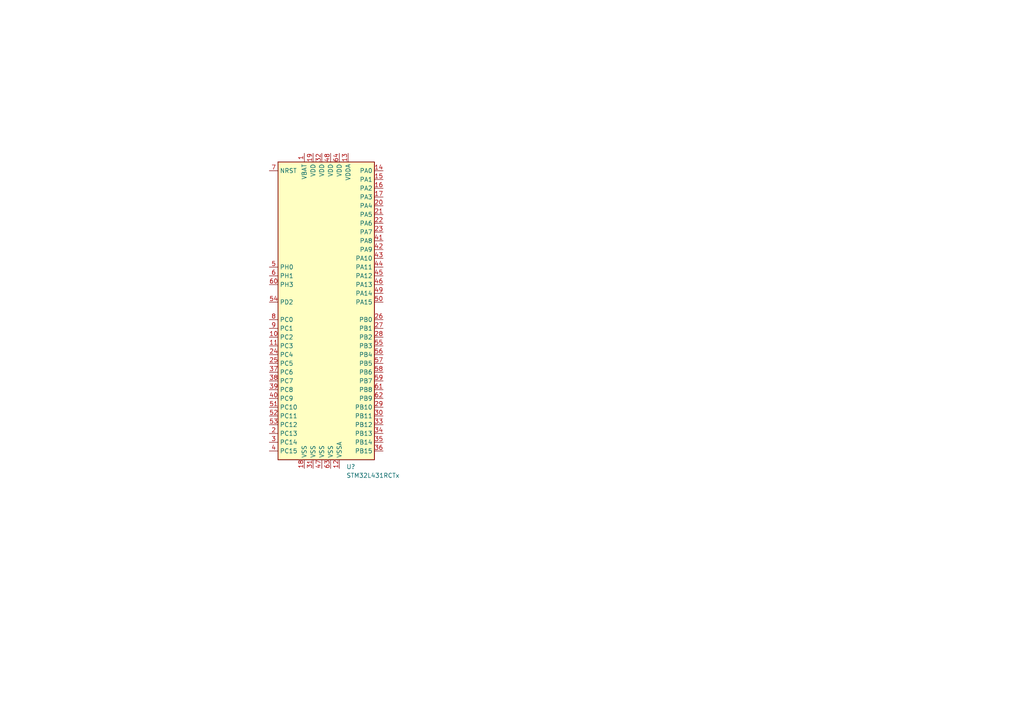
<source format=kicad_sch>
(kicad_sch (version 20211123) (generator eeschema)
  (paper "A4")
  (lib_symbols
    (symbol "MCU_ST_STM32L4:STM32L431RCTx"
      (property "Reference" "U" (at -15.24 44.45 0))
      (property "Value" "STM32L431RCTx" (at 7.62 44.45 0))
      (symbol "STM32L431RCTx_0_1"
        (rectangle (start -15.24 -43.18) (end 12.7 43.18) (stroke (width 0.254)) (fill (type background)))
      )
      (symbol "STM32L431RCTx_1_1"
        (pin power_in line (at -7.62 45.72 270) (length 2.54) (name "VBAT") (number "1"))
        (pin bidirectional line (at -17.78 -7.62 0) (length 2.54) (name "PC2") (number "10"))
        (pin bidirectional line (at -17.78 -10.16 0) (length 2.54) (name "PC3") (number "11"))
        (pin power_in line (at 2.54 -45.72 90) (length 2.54) (name "VSSA") (number "12"))
        (pin power_in line (at 5.08 45.72 270) (length 2.54) (name "VDDA") (number "13"))
        (pin bidirectional line (at 15.24 40.64 180) (length 2.54) (name "PA0") (number "14"))
        (pin bidirectional line (at 15.24 38.1 180) (length 2.54) (name "PA1") (number "15"))
        (pin bidirectional line (at 15.24 35.56 180) (length 2.54) (name "PA2") (number "16"))
        (pin bidirectional line (at 15.24 33.02 180) (length 2.54) (name "PA3") (number "17"))
        (pin power_in line (at -7.62 -45.72 90) (length 2.54) (name "VSS") (number "18"))
        (pin power_in line (at -5.08 45.72 270) (length 2.54) (name "VDD") (number "19"))
        (pin bidirectional line (at -17.78 -35.56 0) (length 2.54) (name "PC13") (number "2"))
        (pin bidirectional line (at 15.24 30.48 180) (length 2.54) (name "PA4") (number "20"))
        (pin bidirectional line (at 15.24 27.94 180) (length 2.54) (name "PA5") (number "21"))
        (pin bidirectional line (at 15.24 25.4 180) (length 2.54) (name "PA6") (number "22"))
        (pin bidirectional line (at 15.24 22.86 180) (length 2.54) (name "PA7") (number "23"))
        (pin bidirectional line (at -17.78 -12.7 0) (length 2.54) (name "PC4") (number "24"))
        (pin bidirectional line (at -17.78 -15.24 0) (length 2.54) (name "PC5") (number "25"))
        (pin bidirectional line (at 15.24 -2.54 180) (length 2.54) (name "PB0") (number "26"))
        (pin bidirectional line (at 15.24 -5.08 180) (length 2.54) (name "PB1") (number "27"))
        (pin bidirectional line (at 15.24 -7.62 180) (length 2.54) (name "PB2") (number "28"))
        (pin bidirectional line (at 15.24 -27.94 180) (length 2.54) (name "PB10") (number "29"))
        (pin bidirectional line (at -17.78 -38.1 0) (length 2.54) (name "PC14") (number "3"))
        (pin bidirectional line (at 15.24 -30.48 180) (length 2.54) (name "PB11") (number "30"))
        (pin power_in line (at -5.08 -45.72 90) (length 2.54) (name "VSS") (number "31"))
        (pin power_in line (at -2.54 45.72 270) (length 2.54) (name "VDD") (number "32"))
        (pin bidirectional line (at 15.24 -33.02 180) (length 2.54) (name "PB12") (number "33"))
        (pin bidirectional line (at 15.24 -35.56 180) (length 2.54) (name "PB13") (number "34"))
        (pin bidirectional line (at 15.24 -38.1 180) (length 2.54) (name "PB14") (number "35"))
        (pin bidirectional line (at 15.24 -40.64 180) (length 2.54) (name "PB15") (number "36"))
        (pin bidirectional line (at -17.78 -17.78 0) (length 2.54) (name "PC6") (number "37"))
        (pin bidirectional line (at -17.78 -20.32 0) (length 2.54) (name "PC7") (number "38"))
        (pin bidirectional line (at -17.78 -22.86 0) (length 2.54) (name "PC8") (number "39"))
        (pin bidirectional line (at -17.78 -40.64 0) (length 2.54) (name "PC15") (number "4"))
        (pin bidirectional line (at -17.78 -25.4 0) (length 2.54) (name "PC9") (number "40"))
        (pin bidirectional line (at 15.24 20.32 180) (length 2.54) (name "PA8") (number "41"))
        (pin bidirectional line (at 15.24 17.78 180) (length 2.54) (name "PA9") (number "42"))
        (pin bidirectional line (at 15.24 15.24 180) (length 2.54) (name "PA10") (number "43"))
        (pin bidirectional line (at 15.24 12.7 180) (length 2.54) (name "PA11") (number "44"))
        (pin bidirectional line (at 15.24 10.16 180) (length 2.54) (name "PA12") (number "45"))
        (pin bidirectional line (at 15.24 7.62 180) (length 2.54) (name "PA13") (number "46"))
        (pin power_in line (at -2.54 -45.72 90) (length 2.54) (name "VSS") (number "47"))
        (pin power_in line (at 0 45.72 270) (length 2.54) (name "VDD") (number "48"))
        (pin bidirectional line (at 15.24 5.08 180) (length 2.54) (name "PA14") (number "49"))
        (pin input line (at -17.78 12.7 0) (length 2.54) (name "PH0") (number "5"))
        (pin bidirectional line (at 15.24 2.54 180) (length 2.54) (name "PA15") (number "50"))
        (pin bidirectional line (at -17.78 -27.94 0) (length 2.54) (name "PC10") (number "51"))
        (pin bidirectional line (at -17.78 -30.48 0) (length 2.54) (name "PC11") (number "52"))
        (pin bidirectional line (at -17.78 -33.02 0) (length 2.54) (name "PC12") (number "53"))
        (pin bidirectional line (at -17.78 2.54 0) (length 2.54) (name "PD2") (number "54"))
        (pin bidirectional line (at 15.24 -10.16 180) (length 2.54) (name "PB3") (number "55"))
        (pin bidirectional line (at 15.24 -12.7 180) (length 2.54) (name "PB4") (number "56"))
        (pin bidirectional line (at 15.24 -15.24 180) (length 2.54) (name "PB5") (number "57"))
        (pin bidirectional line (at 15.24 -17.78 180) (length 2.54) (name "PB6") (number "58"))
        (pin bidirectional line (at 15.24 -20.32 180) (length 2.54) (name "PB7") (number "59"))
        (pin input line (at -17.78 10.16 0) (length 2.54) (name "PH1") (number "6"))
        (pin bidirectional line (at -17.78 7.62 0) (length 2.54) (name "PH3") (number "60"))
        (pin bidirectional line (at 15.24 -22.86 180) (length 2.54) (name "PB8") (number "61"))
        (pin bidirectional line (at 15.24 -25.4 180) (length 2.54) (name "PB9") (number "62"))
        (pin power_in line (at 0 -45.72 90) (length 2.54) (name "VSS") (number "63"))
        (pin power_in line (at 2.54 45.72 270) (length 2.54) (name "VDD") (number "64"))
        (pin input line (at -17.78 40.64 0) (length 2.54) (name "NRST") (number "7"))
        (pin bidirectional line (at -17.78 -2.54 0) (length 2.54) (name "PC0") (number "8"))
        (pin bidirectional line (at -17.78 -5.08 0) (length 2.54) (name "PC1") (number "9"))
      )
    )
  )
  (symbol (lib_id "MCU_ST_STM32L4:STM32L431RCTx") (at 95.885 90.17 0) (unit 1)
    (property "Reference" "U?" (at 100.4444 135.3804 0) (effects (justify left)))
    (property "Value" "STM32L431RCTx" (at 100.4444 137.9173 0) (effects (justify left)))
    (property "Footprint" "Package_QFP:LQFP-64_10x10mm_P0.5mm" (effects hide))
    (property "Datasheet" "http://www.st.com/st-web-ui/static/active/en/resource/technical/document/datasheet/DM00257211.pdf" (effects hide))
  )
)
</source>
